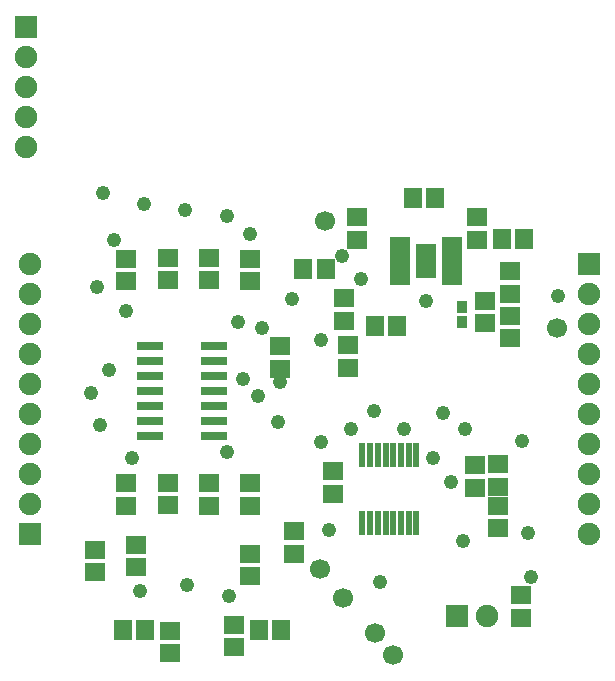
<source format=gbr>
G04 DipTrace 3.0.0.2*
G04 TopMask.gbr*
%MOMM*%
G04 #@! TF.FileFunction,Soldermask,Top*
G04 #@! TF.Part,Single*
%ADD32C,1.216*%
%ADD34R,1.8X2.9*%
%ADD36R,1.8X0.5*%
%ADD38R,0.9X1.1*%
%ADD40C,1.7*%
%ADD42R,2.2X0.8*%
%ADD44C,1.9*%
%ADD46R,1.9X1.9*%
%ADD48R,0.6X2.0*%
%ADD50R,1.5X1.7*%
%ADD52R,1.7X1.5*%
%FSLAX35Y35*%
G04*
G71*
G90*
G75*
G01*
G04 TopMask*
%LPD*%
D32*
X4200000Y2300000D3*
X3100000Y5250000D3*
X3877097Y5064987D3*
X4041007Y4867987D3*
X4584233Y4685733D3*
X1750000Y3900000D3*
X3166463Y3874297D3*
X4800000Y3150000D3*
X2900000Y3400000D3*
X1950000Y5200000D3*
X2100000Y3350000D3*
X3702813Y4350000D3*
X3696387Y3490763D3*
X4732130Y3730723D3*
X3034337Y4022890D3*
X5701727Y4726380D3*
X1900000Y4100000D3*
X3450000Y4700000D3*
X4150000Y3750000D3*
X5400000Y3500000D3*
X3950000Y3600000D3*
X4400000D3*
X4650000Y3350000D3*
X4900000Y2650000D3*
X3200000Y4450000D3*
X2200000Y5500000D3*
X1850000Y5600000D3*
X2550000Y5450000D3*
X2900000Y5400000D3*
X3000000Y4500000D3*
X2050000Y4600000D3*
X1800000Y4800000D3*
X3350000Y4000000D3*
X2169720Y2228557D3*
X2560333Y2276833D3*
X2915833Y2180277D3*
X3334923Y3657233D3*
X1828083Y3635863D3*
X4921920Y3596040D3*
X5450889Y2720529D3*
X3765574Y2742473D3*
X5472833Y2347478D3*
D52*
X5091220Y4684040D3*
Y4494040D3*
D50*
X4344003Y4467027D3*
X4154003D3*
X3360643Y1900000D3*
X3170643D3*
D52*
X3471243Y2730217D3*
Y2540217D3*
D50*
X2022090Y1893163D3*
X2212090D3*
D52*
X2132717Y2425513D3*
Y2615513D3*
D50*
X4664307Y5554797D3*
X4474307D3*
D52*
X5000000Y3100000D3*
Y3290000D3*
X3800000Y3050000D3*
Y3240000D3*
D48*
X4050000Y2800000D3*
X4115000D3*
X4180000D3*
X4245000D3*
X4310000D3*
X4375000D3*
X4440000D3*
X4505000D3*
Y3380000D3*
X4440000D3*
X4375000D3*
X4310000D3*
X4245000D3*
X4180000D3*
X4115000D3*
X4050000D3*
D46*
X1232000Y2707000D3*
D44*
Y2961000D3*
Y3215000D3*
Y3469000D3*
Y3723000D3*
Y3977000D3*
Y4231000D3*
Y4485000D3*
Y4739000D3*
Y4993000D3*
D46*
X5968000D3*
D44*
Y4739000D3*
Y4485000D3*
Y4231000D3*
Y3977000D3*
Y3723000D3*
Y3469000D3*
Y3215000D3*
Y2961000D3*
Y2707000D3*
D46*
X4849016Y2014049D3*
D44*
X5103016D3*
D42*
X2250000Y4300000D3*
Y4173000D3*
Y4046000D3*
Y3919000D3*
Y3792000D3*
Y3665000D3*
Y3538000D3*
X2790000D3*
Y3665000D3*
Y3792000D3*
Y3919000D3*
Y4046000D3*
Y4173000D3*
Y4300000D3*
D50*
X5420263Y5202677D3*
X5230263D3*
X3550000Y4950000D3*
X3740000D3*
D52*
X3350000Y4300000D3*
Y4110000D3*
D40*
X4311020Y1686823D3*
X4153660Y1873400D3*
X3884943Y2171317D3*
X3692530Y2410463D3*
X3735177Y5356980D3*
X5693090Y4452127D3*
D46*
X1200000Y7000000D3*
D44*
Y6746000D3*
Y6492000D3*
Y6238000D3*
Y5984000D3*
D38*
X4894300Y4504740D3*
Y4634740D3*
D52*
X2750000Y2950000D3*
Y3140000D3*
Y4860000D3*
Y5050000D3*
X5297010Y4557897D3*
Y4367897D3*
X3923623Y4116230D3*
Y4306230D3*
X3100000Y2950000D3*
Y3140000D3*
Y4850000D3*
Y5040000D3*
X2405000Y2955000D3*
Y3145000D3*
X2400000Y4860000D3*
Y5050000D3*
X2050000Y2950000D3*
Y3140000D3*
Y4850000D3*
Y5040000D3*
X5390239Y2000603D3*
Y2190603D3*
X5200000Y3300000D3*
Y3110000D3*
Y2950000D3*
Y2760000D3*
X2960643Y1750000D3*
Y1940000D3*
X3100000Y2350000D3*
Y2540000D3*
X2422090Y1699590D3*
Y1889590D3*
X1786113Y2383760D3*
Y2573760D3*
X5298293Y4932210D3*
Y4742210D3*
X3894547Y4513013D3*
Y4703013D3*
D36*
X4804980Y4844320D3*
Y4894320D3*
Y4944320D3*
Y4994320D3*
Y5044320D3*
Y5094320D3*
Y5144320D3*
Y5194320D3*
X4364980D3*
Y5144320D3*
Y5094320D3*
Y5044320D3*
Y4994320D3*
Y4944320D3*
Y4894320D3*
Y4844320D3*
D34*
X4584980Y5019320D3*
D52*
X4000000Y5200000D3*
Y5390000D3*
X5023297Y5389620D3*
Y5199620D3*
M02*

</source>
